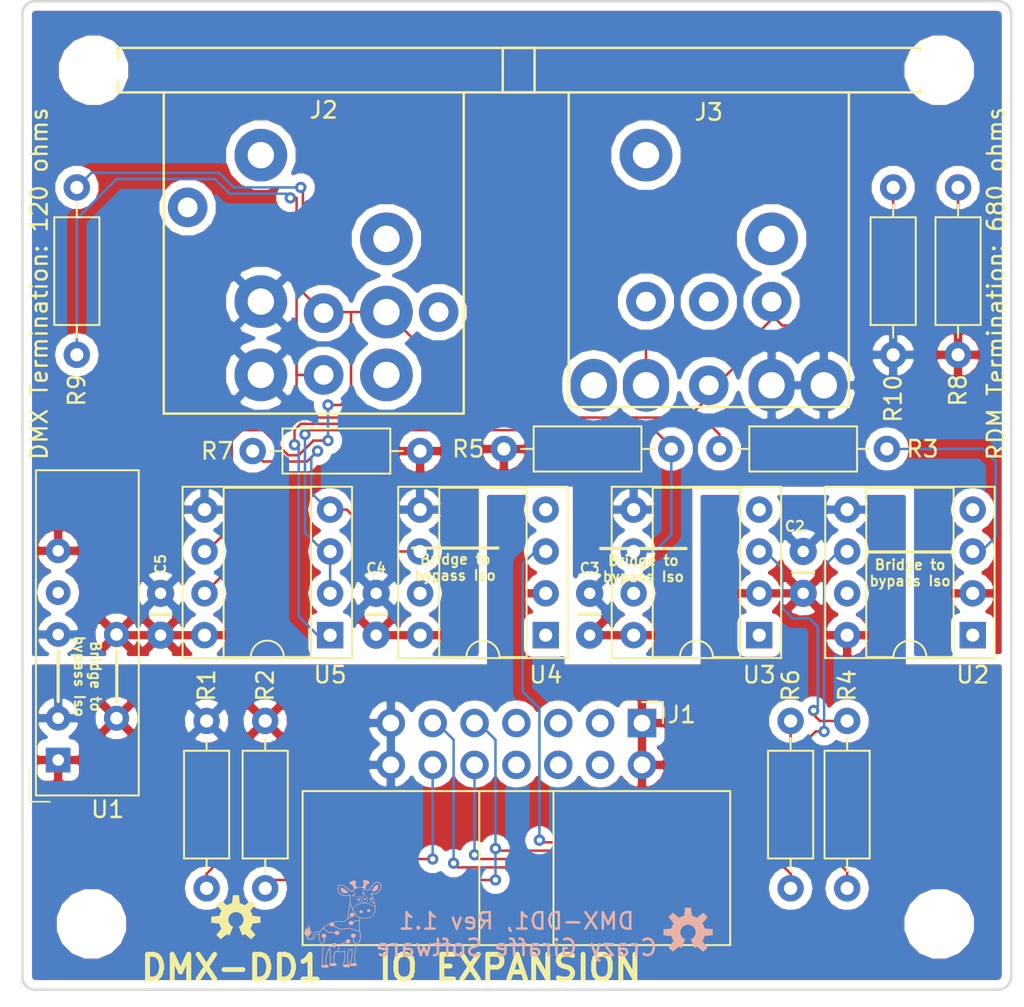
<source format=kicad_pcb>
(kicad_pcb (version 20171130) (host pcbnew "(5.0.0)")
  (title_block (title "DMX Demonstrator - DMX-512 IO Module (DMX-DD1)") (date 2023-02-19) (rev 1.1) (company "Crazy Giraffe Software") (comment 2 "Designed by: SparkyBobo") (comment 3 https://creativecommons.org/licenses/by-sa/4.0/) (comment 4 "Released under the Creative Commons Attribution Share-Alike 4.0m License"))
  (layers (0 F.Cu signal) (31 B.Cu signal) (34 B.Paste user) (35 F.Paste user) (36 B.SilkS user) (37 F.SilkS user) (38 B.Mask user) (39 F.Mask user) (44 Edge.Cuts user))
  (net 0 "")
  (net 1 +5V)
  (net 2 GND)
  (net 3 GNDD)
  (net 4 "Net-(J2-Pad2A)")
  (net 5 "Net-(J2-Pad3)")
  (net 6 "Net-(J3-Pad4B)")
  (net 7 "Net-(J3-Pad5B)")
  (net 8 "Net-(J2-Pad4B)")
  (net 9 "Net-(J2-Pad5B)")
  (net 10 VDD)
  (net 11 "Net-(U4-Pad1)")
  (net 12 "Net-(U4-Pad7)")
  (net 13 "Net-(U4-Pad4)")
  (net 14 "Net-(U3-Pad4)")
  (net 15 "Net-(U3-Pad7)")
  (net 16 "Net-(U3-Pad1)")
  (net 17 "Net-(U2-Pad1)")
  (net 18 "Net-(U2-Pad7)")
  (net 19 "Net-(U2-Pad4)")
  (net 20 "Net-(U1-Pad5)")
  (net 21 "Net-(R6-Pad1)")
  (net 22 "Net-(R7-Pad1)")
  (net 23 "Net-(J1-Pad9)")
  (net 24 "Net-(J1-Pad11)")
  (net 25 "Net-(R5-Pad1)")
  (net 26 "Net-(J1-Pad10)")
  (net 27 "Net-(R4-Pad1)")
  (net 28 "Net-(J1-Pad12)")
  (net 29 "Net-(R3-Pad2)")
  (net 30 "Net-(R3-Pad1)")
  (net 31 "Net-(J1-Pad3)")
  (net 32 "Net-(J1-Pad4)")
  (net 33 "Net-(J1-Pad5)")
  (net 34 "Net-(J1-Pad6)")
  (net 35 "Net-(J1-Pad7)")
  (net 36 "Net-(J1-Pad8)")
  (module MountingHole:MountingHole_3.2mm_M3 (layer F.Cu) (at 118.745 64.77)
    (fp_text reference MH1 hide)
    (fp_text value MountingHole)
    (pad 1 np_thru_hole circle (at 0 0) (size 3.2 3.2) (drill 3.2) (layers *.Cu *.Mask))
  )
  (module MountingHole:MountingHole_3.2mm_M3 (layer F.Cu) (at 170.053 64.77)
    (fp_text reference MH2 hide)
    (fp_text value MountingHole)
    (pad 1 np_thru_hole circle (at 0 0) (size 3.2 3.2) (drill 3.2) (layers *.Cu *.Mask))
  )
  (module MountingHole:MountingHole_3.2mm_M3 (layer F.Cu) (at 118.618 116.586)
    (fp_text reference MH3 hide)
    (fp_text value MountingHole)
    (pad 1 np_thru_hole circle (at 0 0) (size 3.2 3.2) (drill 3.2) (layers *.Cu *.Mask))
  )
  (module MountingHole:MountingHole_3.2mm_M3 (layer F.Cu) (at 170.053 116.586)
    (fp_text reference MH4 hide)
    (fp_text value MountingHole)
    (pad 1 np_thru_hole circle (at 0 0) (size 3.2 3.2) (drill 3.2) (layers *.Cu *.Mask))
  )
  (module Connector_IDC:IDC-Header_2x07_P2.54mm_Horizontal (layer F.Cu) (at 152.019 104.394 270)
    (fp_text reference J1 (at -0.508 -2.413) (layer F.SilkS))
    (fp_text value "IO EXTENSION")
    (pad 1 thru_hole rect (at 0 0 270) (size 1.7272 1.7272) (drill 1.016) (layers *.Cu *.Mask) (net 1 +5V))
    (pad 2 thru_hole oval (at 2.54 0 270) (size 1.7272 1.7272) (drill 1.016) (layers *.Cu *.Mask) (net 1 +5V))
    (pad 3 thru_hole oval (at 0 2.54 270) (size 1.7272 1.7272) (drill 1.016) (layers *.Cu *.Mask) (net 31 "Net-(J1-Pad3)"))
    (pad 4 thru_hole oval (at 2.54 2.54 270) (size 1.7272 1.7272) (drill 1.016) (layers *.Cu *.Mask) (net 32 "Net-(J1-Pad4)"))
    (pad 5 thru_hole oval (at 0 5.08 270) (size 1.7272 1.7272) (drill 1.016) (layers *.Cu *.Mask) (net 33 "Net-(J1-Pad5)"))
    (pad 6 thru_hole oval (at 2.54 5.08 270) (size 1.7272 1.7272) (drill 1.016) (layers *.Cu *.Mask) (net 34 "Net-(J1-Pad6)"))
    (pad 7 thru_hole oval (at 0 7.62 270) (size 1.7272 1.7272) (drill 1.016) (layers *.Cu *.Mask) (net 35 "Net-(J1-Pad7)"))
    (pad 8 thru_hole oval (at 2.54 7.62 270) (size 1.7272 1.7272) (drill 1.016) (layers *.Cu *.Mask) (net 36 "Net-(J1-Pad8)"))
    (pad 9 thru_hole oval (at 0 10.16 270) (size 1.7272 1.7272) (drill 1.016) (layers *.Cu *.Mask) (net 23 "Net-(J1-Pad9)"))
    (pad 10 thru_hole oval (at 2.54 10.16 270) (size 1.7272 1.7272) (drill 1.016) (layers *.Cu *.Mask) (net 26 "Net-(J1-Pad10)"))
    (pad 11 thru_hole oval (at 0 12.7 270) (size 1.7272 1.7272) (drill 1.016) (layers *.Cu *.Mask) (net 24 "Net-(J1-Pad11)"))
    (pad 12 thru_hole oval (at 2.54 12.7 270) (size 1.7272 1.7272) (drill 1.016) (layers *.Cu *.Mask) (net 28 "Net-(J1-Pad12)"))
    (pad 13 thru_hole oval (at 0 15.24 270) (size 1.7272 1.7272) (drill 1.016) (layers *.Cu *.Mask) (net 2 GND))
    (pad 14 thru_hole oval (at 2.54 15.24 270) (size 1.7272 1.7272) (drill 1.016) (layers *.Cu *.Mask) (net 2 GND))
  )
  (module footprints:NEUTRIK-NC3FAH-NC5FAH (layer F.Cu) (at 132.702793 66.11216)
    (fp_text reference J2 (at 0 1.07084) (layer F.SilkS))
    (fp_text value NC3FAH/NC5FAH)
    (pad 2A thru_hole circle (at 3.81 13.335) (size 3.2 3.2) (drill 1.6) (layers *.Cu *.Mask) (net 4 "Net-(J2-Pad2A)"))
    (pad 1A thru_hole circle (at -3.81 12.7) (size 3.2 3.2) (drill 1.6) (layers *.Cu *.Mask) (net 3 GNDD))
    (pad 0 thru_hole circle (at -8.25 6.98) (size 2.4 2.4) (drill 1.2) (layers *.Cu *.Mask))
    (pad 0 thru_hole circle (at 3.81 8.89) (size 3.2 3.2) (drill 1.6) (layers *.Cu *.Mask))
    (pad 0 thru_hole circle (at -3.81 3.81) (size 3.2 3.2) (drill 1.6) (layers *.Cu *.Mask))
    (pad 5B thru_hole circle (at 3.81 17.15) (size 3.2 3.2) (drill 1.6) (layers *.Cu *.Mask) (net 9 "Net-(J2-Pad5B)"))
    (pad 4B thru_hole circle (at 6.98 13.34) (size 2.4 2.4) (drill 1.2) (layers *.Cu *.Mask) (net 8 "Net-(J2-Pad4B)"))
    (pad 3 thru_hole circle (at 0 17.15) (size 2.4 2.4) (drill 1.2) (layers *.Cu *.Mask) (net 5 "Net-(J2-Pad3)"))
    (pad 2B thru_hole circle (at 0 13.4) (size 2.4 2.4) (drill 1.2) (layers *.Cu *.Mask) (net 4 "Net-(J2-Pad2A)"))
    (pad 1B thru_hole circle (at -3.81 17.15) (size 3.2 3.2) (drill 1.6) (layers *.Cu *.Mask) (net 3 GNDD))
  )
  (module footprints:Converter_DCDC_muRata_NMAxxxxSC_THT_Bypass (layer F.Cu) (at 116.597672 106.63966 180)
    (fp_text reference U1 (at -3 -3 180) (layer F.SilkS))
    (fp_text value NMA0505SC)
    (pad 6 thru_hole circle (at -3.54 7.62 180) (size 1.524 1.524) (drill 0.762) (layers *.Cu *.Mask) (net 10 VDD))
    (pad 1 thru_hole circle (at -3.54 2.54 180) (size 1.524 1.524) (drill 0.762) (layers *.Cu *.Mask) (net 1 +5V))
    (pad 6 thru_hole oval (at 0 12.7 180) (size 1.5 1.5) (drill 0.7) (layers *.Cu *.Mask) (net 10 VDD))
    (pad 5 thru_hole oval (at 0 10.16 180) (size 1.5 1.5) (drill 0.7) (layers *.Cu *.Mask) (net 20 "Net-(U1-Pad5)"))
    (pad 4 thru_hole oval (at 0 7.62 180) (size 1.5 1.5) (drill 0.7) (layers *.Cu *.Mask) (net 3 GNDD))
    (pad 2 thru_hole oval (at 0 2.54 180) (size 1.5 1.5) (drill 0.7) (layers *.Cu *.Mask) (net 2 GND))
    (pad 1 thru_hole rect (at 0 0 180) (size 1.5 1.5) (drill 0.7) (layers *.Cu *.Mask) (net 1 +5V))
  )
  (module footprints:NEUTRIK-NC3MAH-NC5MAH (layer F.Cu) (at 156.070793 66.11216)
    (fp_text reference J3 (at 0 1.19784) (layer F.SilkS))
    (fp_text value NC3MAH/NC5MAH)
    (pad 1A thru_hole oval (at 3.81 17.78) (size 2.8 3.2) (drill 1.6) (layers *.Cu *.Mask) (net 3 GNDD))
    (pad 2A thru_hole oval (at -3.81 17.78) (size 2.8 3.2) (drill 1.6) (layers *.Cu *.Mask) (net 4 "Net-(J2-Pad2A)"))
    (pad 0 thru_hole circle (at 0 12.7) (size 2.4 2.4) (drill 1.2) (layers *.Cu *.Mask))
    (pad 0 thru_hole circle (at 3.81 8.89) (size 3.2 3.2) (drill 1.6) (layers *.Cu *.Mask))
    (pad 0 thru_hole circle (at -3.81 3.81) (size 3.2 3.2) (drill 1.6) (layers *.Cu *.Mask))
    (pad 5B thru_hole oval (at -6.98 17.78) (size 2.8 3.2) (drill 1.6) (layers *.Cu *.Mask) (net 7 "Net-(J3-Pad5B)"))
    (pad 4B thru_hole circle (at -3.81 12.7) (size 2.4 2.4) (drill 1.2) (layers *.Cu *.Mask) (net 6 "Net-(J3-Pad4B)"))
    (pad 3 thru_hole circle (at 0 17.78) (size 2.4 2.4) (drill 1.2) (layers *.Cu *.Mask) (net 5 "Net-(J2-Pad3)"))
    (pad 2B thru_hole circle (at 3.81 12.7) (size 2.4 2.4) (drill 1.2) (layers *.Cu *.Mask) (net 4 "Net-(J2-Pad2A)"))
    (pad 1B thru_hole oval (at 6.98 17.78) (size 2.8 3.2) (drill 1.6) (layers *.Cu *.Mask) (net 3 GNDD))
  )
  (module Package_DIP:DIP-8_W7.62mm_Socket (layer F.Cu) (at 146.177 99.06 180)
    (fp_text reference U4 (at 0 -2.413) (layer F.SilkS))
    (fp_text value 6N137)
    (pad 8 thru_hole oval (at 7.62 0 180) (size 1.6 1.6) (drill 0.8) (layers *.Cu *.Mask) (net 10 VDD))
    (pad 4 thru_hole oval (at 0 7.62 180) (size 1.6 1.6) (drill 0.8) (layers *.Cu *.Mask) (net 13 "Net-(U4-Pad4)"))
    (pad 7 thru_hole oval (at 7.62 2.54 180) (size 1.6 1.6) (drill 0.8) (layers *.Cu *.Mask) (net 12 "Net-(U4-Pad7)"))
    (pad 3 thru_hole oval (at 0 5.08 180) (size 1.6 1.6) (drill 0.8) (layers *.Cu *.Mask) (net 21 "Net-(R6-Pad1)"))
    (pad 6 thru_hole oval (at 7.62 5.08 180) (size 1.6 1.6) (drill 0.8) (layers *.Cu *.Mask) (net 22 "Net-(R7-Pad1)"))
    (pad 2 thru_hole oval (at 0 2.54 180) (size 1.6 1.6) (drill 0.8) (layers *.Cu *.Mask) (net 1 +5V))
    (pad 5 thru_hole oval (at 7.62 7.62 180) (size 1.6 1.6) (drill 0.8) (layers *.Cu *.Mask) (net 3 GNDD))
    (pad 1 thru_hole rect (at 0 0 180) (size 1.6 1.6) (drill 0.8) (layers *.Cu *.Mask) (net 11 "Net-(U4-Pad1)"))
  )
  (module Resistor_THT:R_Axial_DIN0207_L6.3mm_D2.5mm_P10.16mm_Horizontal (layer F.Cu) (at 161.036 104.267 270)
    (fp_text reference R6 (at -2.159 0 270) (layer F.SilkS))
    (fp_text value 470)
    (pad 2 thru_hole oval (at 10.16 0 270) (size 1.6 1.6) (drill 0.8) (layers *.Cu *.Mask) (net 24 "Net-(J1-Pad11)"))
    (pad 1 thru_hole circle (at 0 0 270) (size 1.6 1.6) (drill 0.8) (layers *.Cu *.Mask) (net 21 "Net-(R6-Pad1)"))
  )
  (module Package_DIP:DIP-8_W7.62mm_Socket (layer F.Cu) (at 133.096 99.06 180)
    (fp_text reference U5 (at 0 -2.413 180) (layer F.SilkS))
    (fp_text value MAX3485CPA+)
    (pad 8 thru_hole oval (at 7.62 0 180) (size 1.6 1.6) (drill 0.8) (layers *.Cu *.Mask) (net 10 VDD))
    (pad 4 thru_hole oval (at 0 7.62 180) (size 1.6 1.6) (drill 0.8) (layers *.Cu *.Mask) (net 22 "Net-(R7-Pad1)"))
    (pad 7 thru_hole oval (at 7.62 2.54 180) (size 1.6 1.6) (drill 0.8) (layers *.Cu *.Mask) (net 4 "Net-(J2-Pad2A)"))
    (pad 3 thru_hole oval (at 0 5.08 180) (size 1.6 1.6) (drill 0.8) (layers *.Cu *.Mask) (net 25 "Net-(R5-Pad1)"))
    (pad 6 thru_hole oval (at 7.62 5.08 180) (size 1.6 1.6) (drill 0.8) (layers *.Cu *.Mask) (net 5 "Net-(J2-Pad3)"))
    (pad 2 thru_hole oval (at 0 2.54 180) (size 1.6 1.6) (drill 0.8) (layers *.Cu *.Mask) (net 25 "Net-(R5-Pad1)"))
    (pad 5 thru_hole oval (at 7.62 7.62 180) (size 1.6 1.6) (drill 0.8) (layers *.Cu *.Mask) (net 3 GNDD))
    (pad 1 thru_hole rect (at 0 0 180) (size 1.6 1.6) (drill 0.8) (layers *.Cu *.Mask) (net 30 "Net-(R3-Pad1)"))
  )
  (module Capacitors:CAP-PTH-2.54 (layer F.Cu) (at 122.809 97.79 90)
    (fp_text reference C5 (at 3.048 0 90) (layer F.SilkS) (effects (font (size 0.6096 0.6096) (thickness 0.127))))
    (fp_text value .01uF hide)
    (pad 2 thru_hole circle (at 1.27 0 90) (size 1.651 1.651) (drill 0.6985) (layers *.Cu *.Mask) (net 3 GNDD))
    (pad 1 thru_hole circle (at -1.27 0 90) (size 1.651 1.651) (drill 0.6985) (layers *.Cu *.Mask) (net 10 VDD))
  )
  (module Capacitors:CAP-PTH-2.54 (layer F.Cu) (at 161.798 95.25 90)
    (fp_text reference C2 (at 2.794 -0.508 180) (layer F.SilkS) (effects (font (size 0.6096 0.6096) (thickness 0.127))))
    (fp_text value .01uF hide)
    (pad 2 thru_hole circle (at 1.27 0 90) (size 1.651 1.651) (drill 0.6985) (layers *.Cu *.Mask) (net 2 GND))
    (pad 1 thru_hole circle (at -1.27 0 90) (size 1.651 1.651) (drill 0.6985) (layers *.Cu *.Mask) (net 1 +5V))
  )
  (module Capacitors:CAP-PTH-2.54 (layer F.Cu) (at 148.844 97.79 90)
    (fp_text reference C3 (at 2.794 0 -180) (layer F.SilkS) (effects (font (size 0.6096 0.6096) (thickness 0.127))))
    (fp_text value .01uF hide)
    (pad 2 thru_hole circle (at 1.27 0 90) (size 1.651 1.651) (drill 0.6985) (layers *.Cu *.Mask) (net 3 GNDD))
    (pad 1 thru_hole circle (at -1.27 0 90) (size 1.651 1.651) (drill 0.6985) (layers *.Cu *.Mask) (net 10 VDD))
  )
  (module Capacitors:CAP-PTH-2.54 (layer F.Cu) (at 135.89 97.79 90)
    (fp_text reference C4 (at 2.794 0 -180) (layer F.SilkS) (effects (font (size 0.6096 0.6096) (thickness 0.127))))
    (fp_text value .01uF hide)
    (pad 2 thru_hole circle (at 1.27 0 90) (size 1.651 1.651) (drill 0.6985) (layers *.Cu *.Mask) (net 3 GNDD))
    (pad 1 thru_hole circle (at -1.27 0 90) (size 1.651 1.651) (drill 0.6985) (layers *.Cu *.Mask) (net 10 VDD))
  )
  (module Package_DIP:DIP-8_W7.62mm_Socket (layer F.Cu) (at 172.085 99.06 180)
    (fp_text reference U2 (at 0 -2.413) (layer F.SilkS))
    (fp_text value 6N137)
    (pad 8 thru_hole oval (at 7.62 0 180) (size 1.6 1.6) (drill 0.8) (layers *.Cu *.Mask) (net 1 +5V))
    (pad 4 thru_hole oval (at 0 7.62 180) (size 1.6 1.6) (drill 0.8) (layers *.Cu *.Mask) (net 19 "Net-(U2-Pad4)"))
    (pad 7 thru_hole oval (at 7.62 2.54 180) (size 1.6 1.6) (drill 0.8) (layers *.Cu *.Mask) (net 18 "Net-(U2-Pad7)"))
    (pad 3 thru_hole oval (at 0 5.08 180) (size 1.6 1.6) (drill 0.8) (layers *.Cu *.Mask) (net 29 "Net-(R3-Pad2)"))
    (pad 6 thru_hole oval (at 7.62 5.08 180) (size 1.6 1.6) (drill 0.8) (layers *.Cu *.Mask) (net 23 "Net-(J1-Pad9)"))
    (pad 2 thru_hole oval (at 0 2.54 180) (size 1.6 1.6) (drill 0.8) (layers *.Cu *.Mask) (net 10 VDD))
    (pad 5 thru_hole oval (at 7.62 7.62 180) (size 1.6 1.6) (drill 0.8) (layers *.Cu *.Mask) (net 2 GND))
    (pad 1 thru_hole rect (at 0 0 180) (size 1.6 1.6) (drill 0.8) (layers *.Cu *.Mask) (net 17 "Net-(U2-Pad1)"))
  )
  (module Package_DIP:DIP-8_W7.62mm_Socket (layer F.Cu) (at 159.131 99.06 180)
    (fp_text reference U3 (at 0 -2.413) (layer F.SilkS))
    (fp_text value 6N137)
    (pad 8 thru_hole oval (at 7.62 0 180) (size 1.6 1.6) (drill 0.8) (layers *.Cu *.Mask) (net 10 VDD))
    (pad 4 thru_hole oval (at 0 7.62 180) (size 1.6 1.6) (drill 0.8) (layers *.Cu *.Mask) (net 14 "Net-(U3-Pad4)"))
    (pad 7 thru_hole oval (at 7.62 2.54 180) (size 1.6 1.6) (drill 0.8) (layers *.Cu *.Mask) (net 15 "Net-(U3-Pad7)"))
    (pad 3 thru_hole oval (at 0 5.08 180) (size 1.6 1.6) (drill 0.8) (layers *.Cu *.Mask) (net 27 "Net-(R4-Pad1)"))
    (pad 6 thru_hole oval (at 7.62 5.08 180) (size 1.6 1.6) (drill 0.8) (layers *.Cu *.Mask) (net 25 "Net-(R5-Pad1)"))
    (pad 2 thru_hole oval (at 0 2.54 180) (size 1.6 1.6) (drill 0.8) (layers *.Cu *.Mask) (net 1 +5V))
    (pad 5 thru_hole oval (at 7.62 7.62 180) (size 1.6 1.6) (drill 0.8) (layers *.Cu *.Mask) (net 3 GNDD))
    (pad 1 thru_hole rect (at 0 0 180) (size 1.6 1.6) (drill 0.8) (layers *.Cu *.Mask) (net 16 "Net-(U3-Pad1)"))
  )
  (module Resistor_THT:R_Axial_DIN0207_L6.3mm_D2.5mm_P10.16mm_Horizontal (layer F.Cu) (at 117.729 71.882 270)
    (fp_text reference R9 (at 12.319 0 270) (layer F.SilkS))
    (fp_text value 120)
    (pad 2 thru_hole oval (at 10.16 0 270) (size 1.6 1.6) (drill 0.8) (layers *.Cu *.Mask) (net 5 "Net-(J2-Pad3)"))
    (pad 1 thru_hole circle (at 0 0 270) (size 1.6 1.6) (drill 0.8) (layers *.Cu *.Mask) (net 4 "Net-(J2-Pad2A)"))
  )
  (module Resistor_THT:R_Axial_DIN0207_L6.3mm_D2.5mm_P10.16mm_Horizontal (layer F.Cu) (at 167.259 71.882 270)
    (fp_text reference R10 (at 12.827 0 270) (layer F.SilkS))
    (fp_text value 680)
    (pad 2 thru_hole oval (at 10.16 0 270) (size 1.6 1.6) (drill 0.8) (layers *.Cu *.Mask) (net 3 GNDD))
    (pad 1 thru_hole circle (at 0 0 270) (size 1.6 1.6) (drill 0.8) (layers *.Cu *.Mask) (net 4 "Net-(J2-Pad2A)"))
  )
  (module Resistor_THT:R_Axial_DIN0207_L6.3mm_D2.5mm_P10.16mm_Horizontal (layer F.Cu) (at 129.159 104.267 270)
    (fp_text reference R2 (at -2.159 0 270) (layer F.SilkS))
    (fp_text value 470)
    (pad 2 thru_hole oval (at 10.16 0 270) (size 1.6 1.6) (drill 0.8) (layers *.Cu *.Mask) (net 23 "Net-(J1-Pad9)"))
    (pad 1 thru_hole circle (at 0 0 270) (size 1.6 1.6) (drill 0.8) (layers *.Cu *.Mask) (net 1 +5V))
  )
  (module Resistor_THT:R_Axial_DIN0207_L6.3mm_D2.5mm_P10.16mm_Horizontal (layer F.Cu) (at 156.718 87.757)
    (fp_text reference R3 (at 12.319 0) (layer F.SilkS))
    (fp_text value 470)
    (pad 2 thru_hole oval (at 10.16 0) (size 1.6 1.6) (drill 0.8) (layers *.Cu *.Mask) (net 29 "Net-(R3-Pad2)"))
    (pad 1 thru_hole circle (at 0 0) (size 1.6 1.6) (drill 0.8) (layers *.Cu *.Mask) (net 30 "Net-(R3-Pad1)"))
  )
  (module Resistor_THT:R_Axial_DIN0207_L6.3mm_D2.5mm_P10.16mm_Horizontal (layer F.Cu) (at 125.603 104.267 270)
    (fp_text reference R1 (at -2.159 0 270) (layer F.SilkS))
    (fp_text value 330)
    (pad 2 thru_hole oval (at 10.16 0 270) (size 1.6 1.6) (drill 0.8) (layers *.Cu *.Mask) (net 28 "Net-(J1-Pad12)"))
    (pad 1 thru_hole circle (at 0 0 270) (size 1.6 1.6) (drill 0.8) (layers *.Cu *.Mask) (net 2 GND))
  )
  (module Resistor_THT:R_Axial_DIN0207_L6.3mm_D2.5mm_P10.16mm_Horizontal (layer F.Cu) (at 164.465 104.267 270)
    (fp_text reference R4 (at -2.159 0 270) (layer F.SilkS))
    (fp_text value 470)
    (pad 2 thru_hole oval (at 10.16 0 270) (size 1.6 1.6) (drill 0.8) (layers *.Cu *.Mask) (net 26 "Net-(J1-Pad10)"))
    (pad 1 thru_hole circle (at 0 0 270) (size 1.6 1.6) (drill 0.8) (layers *.Cu *.Mask) (net 27 "Net-(R4-Pad1)"))
  )
  (module Resistor_THT:R_Axial_DIN0207_L6.3mm_D2.5mm_P10.16mm_Horizontal (layer F.Cu) (at 153.797 87.757 180)
    (fp_text reference R5 (at 12.319 0 180) (layer F.SilkS))
    (fp_text value 470)
    (pad 2 thru_hole oval (at 10.16 0 180) (size 1.6 1.6) (drill 0.8) (layers *.Cu *.Mask) (net 10 VDD))
    (pad 1 thru_hole circle (at 0 0 180) (size 1.6 1.6) (drill 0.8) (layers *.Cu *.Mask) (net 25 "Net-(R5-Pad1)"))
  )
  (module footprints:OSHW-LOGO-S (layer F.Cu) (at 127.381 116.332)
    (fp_text reference "" (at 0 0) (layer F.SilkS) (effects (font (size 1.524 1.524))))
    (fp_text value "" (at 0 0) (layer F.SilkS) (effects (font (size 1.524 1.524))))
  )
  (module footprints:logo_cr_5x5 (layer B.Cu) (at 133.858 116.586 180)
    (fp_text reference G*** hide)
    (fp_text value LOGO hide)
  )
  (module Resistor_THT:R_Axial_DIN0207_L6.3mm_D2.5mm_P10.16mm_Horizontal (layer F.Cu) (at 128.397 87.884)
    (fp_text reference R7 (at -2.159 0) (layer F.SilkS))
    (fp_text value 470)
    (pad 2 thru_hole oval (at 10.16 0) (size 1.6 1.6) (drill 0.8) (layers *.Cu *.Mask) (net 10 VDD))
    (pad 1 thru_hole circle (at 0 0) (size 1.6 1.6) (drill 0.8) (layers *.Cu *.Mask) (net 22 "Net-(R7-Pad1)"))
  )
  (module Resistor_THT:R_Axial_DIN0207_L6.3mm_D2.5mm_P10.16mm_Horizontal (layer F.Cu) (at 171.196 71.882 270)
    (fp_text reference R8 (at 12.319 0 270) (layer F.SilkS))
    (fp_text value 680)
    (pad 2 thru_hole oval (at 10.16 0 270) (size 1.6 1.6) (drill 0.8) (layers *.Cu *.Mask) (net 10 VDD))
    (pad 1 thru_hole circle (at 0 0 270) (size 1.6 1.6) (drill 0.8) (layers *.Cu *.Mask) (net 5 "Net-(J2-Pad3)"))
  )
  (module footprints:OSHW-LOGO-S (layer B.Cu) (at 154.813 117.094 180)
    (fp_text reference "" (at 0 0 180) (layer F.SilkS) (effects (font (size 1.524 1.524))))
    (fp_text value "" (at 0 0 180) (layer B.SilkS) (effects (font (size 1.524 1.524)) (justify mirror)))
  )
  (gr_text "RDM Termination: 680 ohms" (at 173.482 77.724 90) (layer F.SilkS) (effects (font (size 1 1))))
  (gr_text "DMX Termination: 120 ohms" (at 115.443 77.724 90) (layer F.SilkS) (effects (font (size 1 1))))
  (gr_arc (start 173.609 61.397) (end 174.427 61.397) (angle -90) (layer Edge.Cuts) (width 0.15))
  (gr_line (start 165.692542 94.010744) (end 170.874142 94.010744) (layer F.SilkS) (width 0.2))
  (gr_line (start 143.27949 93.77409) (end 138.09789 93.77409) (layer F.SilkS) (width 0.2))
  (gr_line (start 154.69107 93.8007) (end 149.50947 93.8007) (layer F.SilkS) (width 0.2))
  (gr_line (start 120.153672 100.03566) (end 120.153672 103.08366) (layer F.SilkS) (width 0.2))
  (gr_line (start 116.597672 100.03566) (end 116.597672 103.08366) (layer F.SilkS) (width 0.2))
  (gr_text "Bridge to\nbypass Iso" (at 168.283342 95.280744) (layer F.SilkS) (effects (font (size 0.6096 0.6096) (thickness 0.127))))
  (gr_text "Bridge to\nbypass Iso" (at 140.68869 94.94249) (layer F.SilkS) (effects (font (size 0.6096 0.6096) (thickness 0.127))))
  (gr_text "Bridge to\nbypass Iso" (at 152.10027 95.0199) (layer F.SilkS) (effects (font (size 0.6096 0.6096) (thickness 0.127))))
  (gr_text "Bridge to\nbypass Iso" (at 118.375672 101.55966 270) (layer F.SilkS) (effects (font (size 0.6096 0.6096) (thickness 0.127))))
  (gr_arc (start 173.609 119.761) (end 173.609 120.579) (angle -90) (layer Edge.Cuts) (width 0.15))
  (gr_arc (start 115.189 119.817) (end 114.427 119.817) (angle -90) (layer Edge.Cuts) (width 0.15))
  (gr_arc (start 115.189 61.341) (end 115.189 60.579) (angle -90) (layer Edge.Cuts) (width 0.15))
  (gr_line (start 114.427 119.817) (end 114.427 61.341) (layer Edge.Cuts) (width 0.15))
  (gr_line (start 115.189 120.579) (end 173.609 120.579) (layer Edge.Cuts) (width 0.15))
  (gr_line (start 174.427 61.397) (end 174.427 119.761) (layer Edge.Cuts) (width 0.15))
  (gr_line (start 115.189 60.579) (end 173.609 60.579) (layer Edge.Cuts) (width 0.15))
  (gr_text "DMX-DD1, Rev 1.1\nCrazy Giraffe Software" (at 144.399 117.221) (layer B.SilkS) (effects (font (size 1 1)) (justify mirror)))
  (gr_text DMX-DD1 (at 127.127 119.253) (layer F.SilkS) (effects (font (size 1.5 1.5) (thickness 0.3))))
  (gr_text "IO EXPANSION" (at 144.018 119.253) (layer F.SilkS) (effects (font (size 1.5 1.5) (thickness 0.3))))
  (segment (start 161.798 96.52) (end 159.131 96.52) (width 0.5) (layer F.Cu) (net 1))
  (segment (start 152.260793 83.89216) (end 152.260793 82.918793) (width 0.1524) (layer F.Cu) (net 4))
  (segment (start 138.599633 81.534) (end 136.512793 79.44716) (width 0.1524) (layer F.Cu) (net 4))
  (segment (start 132.767793 79.44716) (end 132.702793 79.51216) (width 0.1524) (layer F.Cu) (net 4))
  (segment (start 150.876 81.534) (end 150.749 81.534) (width 0.1524) (layer F.Cu) (net 4))
  (segment (start 150.749 81.534) (end 138.599633 81.534) (width 0.1524) (layer F.Cu) (net 4))
  (segment (start 152.260793 81.546207) (end 152.273 81.534) (width 0.1524) (layer F.Cu) (net 4))
  (segment (start 152.260793 83.89216) (end 152.260793 81.546207) (width 0.1524) (layer F.Cu) (net 4))
  (segment (start 152.273 81.534) (end 150.749 81.534) (width 0.1524) (layer F.Cu) (net 4))
  (segment (start 159.880793 79.616793) (end 159.880793 78.81216) (width 0.1524) (layer F.Cu) (net 4))
  (segment (start 160.528 80.264) (end 159.880793 79.616793) (width 0.1524) (layer F.Cu) (net 4))
  (segment (start 158.242 81.534) (end 152.273 81.534) (width 0.1524) (layer F.Cu) (net 4))
  (segment (start 159.880793 78.81216) (end 159.880793 79.895207) (width 0.1524) (layer F.Cu) (net 4))
  (segment (start 159.880793 79.895207) (end 158.242 81.534) (width 0.1524) (layer F.Cu) (net 4))
  (segment (start 136.512793 79.44716) (end 134.366 79.44716) (width 0.1524) (layer F.Cu) (net 4))
  (segment (start 134.366 79.44716) (end 132.767793 79.44716) (width 0.1524) (layer F.Cu) (net 4))
  (segment (start 127.127 94.869) (end 125.476 96.52) (width 0.1524) (layer F.Cu) (net 4))
  (segment (start 127.762 86.614) (end 127.127 87.249) (width 0.1524) (layer F.Cu) (net 4))
  (segment (start 129.032 86.614) (end 127.762 86.614) (width 0.1524) (layer F.Cu) (net 4))
  (segment (start 130.556 88.138) (end 129.032 86.614) (width 0.1524) (layer F.Cu) (net 4))
  (segment (start 131.191 88.138) (end 130.556 88.138) (width 0.1524) (layer F.Cu) (net 4))
  (segment (start 127.127 87.249) (end 127.127 94.869) (width 0.1524) (layer F.Cu) (net 4))
  (via (at 132.969 87.249) (size 0.6858) (drill 0.3302) (layers F.Cu B.Cu) (net 4))
  (segment (start 132.969 87.249) (end 132.969 85.09) (width 0.1524) (layer B.Cu) (net 4))
  (via (at 132.969 85.09) (size 0.6858) (drill 0.3302) (layers F.Cu B.Cu) (net 4))
  (segment (start 134.366 84.455) (end 134.366 79.44716) (width 0.1524) (layer F.Cu) (net 4))
  (segment (start 132.969 85.09) (end 133.731 85.09) (width 0.1524) (layer F.Cu) (net 4))
  (segment (start 133.731 85.09) (end 134.366 84.455) (width 0.1524) (layer F.Cu) (net 4))
  (segment (start 132.969 87.249) (end 132.08 87.249) (width 0.1524) (layer F.Cu) (net 4))
  (segment (start 132.08 87.249) (end 131.191 88.138) (width 0.1524) (layer F.Cu) (net 4))
  (via (at 131.318 71.882) (size 0.6858) (drill 0.3302) (layers F.Cu B.Cu) (net 4))
  (segment (start 118.618 70.993) (end 117.729 71.882) (width 0.1524) (layer B.Cu) (net 4))
  (segment (start 126.365 70.993) (end 118.618 70.993) (width 0.1524) (layer B.Cu) (net 4))
  (segment (start 131.318 71.882) (end 127.254 71.882) (width 0.1524) (layer B.Cu) (net 4))
  (segment (start 127.254 71.882) (end 126.365 70.993) (width 0.1524) (layer B.Cu) (net 4))
  (segment (start 167.259 71.882) (end 167.259 79.629) (width 0.1524) (layer F.Cu) (net 4))
  (segment (start 166.624 80.264) (end 162.941 80.264) (width 0.1524) (layer F.Cu) (net 4))
  (segment (start 167.259 79.629) (end 166.624 80.264) (width 0.1524) (layer F.Cu) (net 4))
  (segment (start 163.449 80.264) (end 162.941 80.264) (width 0.1524) (layer F.Cu) (net 4))
  (segment (start 162.941 80.264) (end 160.528 80.264) (width 0.1524) (layer F.Cu) (net 4))
  (segment (start 131.445 78.254367) (end 132.702793 79.51216) (width 0.1524) (layer F.Cu) (net 4))
  (segment (start 131.318 71.882) (end 131.445 72.009) (width 0.1524) (layer F.Cu) (net 4))
  (segment (start 131.445 72.009) (end 131.445 78.254367) (width 0.1524) (layer F.Cu) (net 4))
  (segment (start 156.070793 84.594207) (end 156.070793 83.89216) (width 0.1524) (layer F.Cu) (net 5))
  (segment (start 154.813 85.852) (end 156.070793 84.594207) (width 0.1524) (layer F.Cu) (net 5))
  (segment (start 133.477 85.852) (end 133.731 85.852) (width 0.1524) (layer F.Cu) (net 5))
  (segment (start 133.731 85.852) (end 154.813 85.852) (width 0.1524) (layer F.Cu) (net 5))
  (segment (start 126.746 87.122) (end 128.016 85.852) (width 0.1524) (layer F.Cu) (net 5))
  (segment (start 126.746 92.837) (end 126.746 87.122) (width 0.1524) (layer F.Cu) (net 5))
  (segment (start 125.476 93.98) (end 125.603 93.98) (width 0.1524) (layer F.Cu) (net 5))
  (segment (start 125.603 93.98) (end 126.746 92.837) (width 0.1524) (layer F.Cu) (net 5))
  (segment (start 131.064 81.623367) (end 131.064 85.852) (width 0.1524) (layer F.Cu) (net 5))
  (segment (start 128.016 85.852) (end 131.064 85.852) (width 0.1524) (layer F.Cu) (net 5))
  (segment (start 131.064 85.852) (end 133.731 85.852) (width 0.1524) (layer F.Cu) (net 5))
  (segment (start 131.064 83.26216) (end 132.702793 83.26216) (width 0.1524) (layer F.Cu) (net 5))
  (segment (start 131.064 81.623367) (end 131.064 83.26216) (width 0.1524) (layer F.Cu) (net 5))
  (segment (start 131.064 72.517) (end 131.064 81.623367) (width 0.1524) (layer F.Cu) (net 5))
  (via (at 130.683 72.517) (size 0.6858) (drill 0.3302) (layers F.Cu B.Cu) (net 5))
  (segment (start 131.064 72.517) (end 130.683 72.517) (width 0.1524) (layer F.Cu) (net 5))
  (segment (start 171.196 78.613) (end 171.196 71.882) (width 0.1524) (layer F.Cu) (net 5))
  (segment (start 169.037 80.772) (end 171.196 78.613) (width 0.1524) (layer F.Cu) (net 5))
  (segment (start 159.639 80.772) (end 169.037 80.772) (width 0.1524) (layer F.Cu) (net 5))
  (segment (start 156.070793 83.89216) (end 156.51884 83.89216) (width 0.1524) (layer F.Cu) (net 5))
  (segment (start 156.51884 83.89216) (end 159.639 80.772) (width 0.1524) (layer F.Cu) (net 5))
  (segment (start 117.729 73.787) (end 117.729 82.042) (width 0.1524) (layer B.Cu) (net 5))
  (segment (start 120.142 71.374) (end 117.729 73.787) (width 0.1524) (layer B.Cu) (net 5))
  (segment (start 126.111 71.374) (end 120.142 71.374) (width 0.1524) (layer B.Cu) (net 5))
  (segment (start 127 72.263) (end 126.111 71.374) (width 0.1524) (layer B.Cu) (net 5))
  (segment (start 130.683 72.517) (end 130.429 72.263) (width 0.1524) (layer B.Cu) (net 5))
  (segment (start 130.429 72.263) (end 127 72.263) (width 0.1524) (layer B.Cu) (net 5))
  (segment (start 151.511 99.06) (end 148.844 99.06) (width 0.5) (layer F.Cu) (net 10))
  (segment (start 122.809 99.06) (end 125.476 99.06) (width 0.5) (layer F.Cu) (net 10))
  (segment (start 135.89 99.06) (end 138.557 99.06) (width 0.5) (layer F.Cu) (net 10))
  (segment (start 120.178012 99.06) (end 120.137672 99.01966) (width 0.3048) (layer F.Cu) (net 10))
  (segment (start 122.809 99.06) (end 120.178012 99.06) (width 0.5) (layer F.Cu) (net 10))
  (segment (start 145.796 103.505) (end 144.78 102.489) (width 0.1524) (layer B.Cu) (net 21))
  (segment (start 144.78 102.489) (end 144.78 94.742) (width 0.1524) (layer B.Cu) (net 21))
  (segment (start 144.78 94.742) (end 145.542 93.98) (width 0.1524) (layer B.Cu) (net 21))
  (segment (start 145.542 93.98) (end 146.177 93.98) (width 0.1524) (layer B.Cu) (net 21))
  (segment (start 145.796 111.506) (end 145.796 103.505) (width 0.1524) (layer B.Cu) (net 21))
  (via (at 145.796 111.506) (size 0.6858) (drill 0.3302) (layers F.Cu B.Cu) (net 21))
  (segment (start 161.036 110.871) (end 161.036 104.267) (width 0.1524) (layer F.Cu) (net 21))
  (segment (start 160.274 111.633) (end 161.036 110.871) (width 0.1524) (layer F.Cu) (net 21))
  (segment (start 145.796 111.506) (end 145.923 111.633) (width 0.1524) (layer F.Cu) (net 21))
  (segment (start 145.923 111.633) (end 160.274 111.633) (width 0.1524) (layer F.Cu) (net 21))
  (via (at 132.334 87.884) (size 0.6858) (drill 0.3302) (layers F.Cu B.Cu) (net 22))
  (segment (start 134.874 93.98) (end 138.557 93.98) (width 0.1524) (layer F.Cu) (net 22))
  (segment (start 134.493 93.599) (end 134.874 93.98) (width 0.1524) (layer F.Cu) (net 22))
  (segment (start 134.493 91.821) (end 134.493 93.599) (width 0.1524) (layer F.Cu) (net 22))
  (segment (start 133.096 91.44) (end 134.112 91.44) (width 0.1524) (layer F.Cu) (net 22))
  (segment (start 134.112 91.44) (end 134.493 91.821) (width 0.1524) (layer F.Cu) (net 22))
  (segment (start 131.953 88.265) (end 132.334 87.884) (width 0.1524) (layer B.Cu) (net 22))
  (segment (start 131.953 90.424) (end 131.953 88.265) (width 0.1524) (layer B.Cu) (net 22))
  (segment (start 133.096 91.44) (end 132.969 91.44) (width 0.1524) (layer B.Cu) (net 22))
  (segment (start 132.969 91.44) (end 131.953 90.424) (width 0.1524) (layer B.Cu) (net 22))
  (segment (start 131.699 88.519) (end 132.334 87.884) (width 0.1524) (layer F.Cu) (net 22))
  (segment (start 128.397 87.884) (end 129.032 88.519) (width 0.1524) (layer F.Cu) (net 22))
  (segment (start 129.032 88.519) (end 131.699 88.519) (width 0.1524) (layer F.Cu) (net 22))
  (segment (start 141.859 104.394) (end 142.113 104.394) (width 0.1524) (layer B.Cu) (net 23))
  (via (at 143.129 113.919) (size 0.6858) (drill 0.3302) (layers F.Cu B.Cu) (net 23))
  (segment (start 142.113 104.394) (end 143.129 105.41) (width 0.1524) (layer B.Cu) (net 23))
  (segment (start 129.794 113.919) (end 140.843 113.919) (width 0.1524) (layer F.Cu) (net 23))
  (segment (start 129.159 114.427) (end 129.286 114.427) (width 0.1524) (layer F.Cu) (net 23))
  (segment (start 129.286 114.427) (end 129.794 113.919) (width 0.1524) (layer F.Cu) (net 23))
  (segment (start 140.843 113.919) (end 143.129 113.919) (width 0.1524) (layer F.Cu) (net 23))
  (via (at 143.129 112.014) (size 0.6858) (drill 0.3302) (layers F.Cu B.Cu) (net 23))
  (segment (start 143.129 105.41) (end 143.129 112.014) (width 0.1524) (layer B.Cu) (net 23))
  (segment (start 143.129 112.014) (end 143.129 113.919) (width 0.1524) (layer B.Cu) (net 23))
  (segment (start 163.068 104.902) (end 163.068 94.869) (width 0.1524) (layer B.Cu) (net 23))
  (segment (start 163.068 94.869) (end 163.957 93.98) (width 0.1524) (layer B.Cu) (net 23))
  (segment (start 163.957 93.98) (end 164.465 93.98) (width 0.1524) (layer B.Cu) (net 23))
  (via (at 163.068 104.902) (size 0.6858) (drill 0.3302) (layers F.Cu B.Cu) (net 23))
  (segment (start 143.256 112.141) (end 143.129 112.014) (width 0.1524) (layer F.Cu) (net 23))
  (segment (start 160.401 112.141) (end 143.256 112.141) (width 0.1524) (layer F.Cu) (net 23))
  (segment (start 161.417 111.125) (end 160.401 112.141) (width 0.1524) (layer F.Cu) (net 23))
  (segment (start 161.417 106.045) (end 161.417 111.125) (width 0.1524) (layer F.Cu) (net 23))
  (segment (start 163.068 104.902) (end 162.56 104.902) (width 0.1524) (layer F.Cu) (net 23))
  (segment (start 162.56 104.902) (end 161.417 106.045) (width 0.1524) (layer F.Cu) (net 23))
  (segment (start 160.655 113.157) (end 161.036 113.538) (width 0.1524) (layer F.Cu) (net 24))
  (segment (start 140.589 112.903) (end 140.589 105.41) (width 0.1524) (layer B.Cu) (net 24))
  (segment (start 161.036 113.538) (end 161.036 114.427) (width 0.1524) (layer F.Cu) (net 24))
  (segment (start 140.589 105.41) (end 139.573 104.394) (width 0.1524) (layer B.Cu) (net 24))
  (segment (start 139.573 104.394) (end 139.319 104.394) (width 0.1524) (layer B.Cu) (net 24))
  (segment (start 140.589 112.903) (end 140.843 113.157) (width 0.1524) (layer F.Cu) (net 24))
  (segment (start 140.843 113.157) (end 160.655 113.157) (width 0.1524) (layer F.Cu) (net 24))
  (via (at 140.589 112.903) (size 0.6858) (drill 0.3302) (layers F.Cu B.Cu) (net 24))
  (segment (start 133.096 96.52) (end 133.096 93.98) (width 0.1524) (layer B.Cu) (net 25))
  (segment (start 152.781 93.98) (end 151.511 93.98) (width 0.1524) (layer B.Cu) (net 25))
  (segment (start 153.797 87.757) (end 153.797 92.964) (width 0.1524) (layer B.Cu) (net 25))
  (segment (start 153.797 92.964) (end 152.781 93.98) (width 0.1524) (layer B.Cu) (net 25))
  (segment (start 153.797 87.63) (end 153.797 87.757) (width 0.1524) (layer F.Cu) (net 25))
  (segment (start 152.781 86.614) (end 153.797 87.63) (width 0.1524) (layer F.Cu) (net 25))
  (segment (start 131.572 86.868) (end 131.572 92.837) (width 0.1524) (layer B.Cu) (net 25))
  (segment (start 131.572 92.837) (end 132.715 93.98) (width 0.1524) (layer B.Cu) (net 25))
  (segment (start 132.715 93.98) (end 133.096 93.98) (width 0.1524) (layer B.Cu) (net 25))
  (segment (start 131.572 86.868) (end 131.826 86.614) (width 0.1524) (layer F.Cu) (net 25))
  (segment (start 131.826 86.614) (end 152.781 86.614) (width 0.1524) (layer F.Cu) (net 25))
  (via (at 131.572 86.868) (size 0.6858) (drill 0.3302) (layers F.Cu B.Cu) (net 25))
  (via (at 141.859 112.395) (size 0.6858) (drill 0.3302) (layers F.Cu B.Cu) (net 26))
  (segment (start 164.465 113.411) (end 164.465 114.427) (width 0.1524) (layer F.Cu) (net 26))
  (segment (start 163.703 112.649) (end 164.465 113.411) (width 0.1524) (layer F.Cu) (net 26))
  (segment (start 142.113 112.649) (end 163.703 112.649) (width 0.1524) (layer F.Cu) (net 26))
  (segment (start 141.859 112.395) (end 142.113 112.649) (width 0.1524) (layer F.Cu) (net 26))
  (segment (start 141.859 106.934) (end 141.859 112.395) (width 0.1524) (layer B.Cu) (net 26))
  (segment (start 162.433 103.632) (end 162.433 103.886) (width 0.1524) (layer F.Cu) (net 27))
  (segment (start 159.512 93.98) (end 159.131 93.98) (width 0.1524) (layer B.Cu) (net 27))
  (segment (start 162.433 103.886) (end 162.814 104.267) (width 0.1524) (layer F.Cu) (net 27))
  (segment (start 160.528 94.996) (end 159.512 93.98) (width 0.1524) (layer B.Cu) (net 27))
  (segment (start 160.528 97.409) (end 160.528 94.996) (width 0.1524) (layer B.Cu) (net 27))
  (segment (start 162.433 103.632) (end 162.687 103.378) (width 0.1524) (layer B.Cu) (net 27))
  (segment (start 162.814 104.267) (end 164.465 104.267) (width 0.1524) (layer F.Cu) (net 27))
  (segment (start 162.687 103.378) (end 162.687 98.552) (width 0.1524) (layer B.Cu) (net 27))
  (segment (start 162.687 98.552) (end 162.179 98.044) (width 0.1524) (layer B.Cu) (net 27))
  (segment (start 162.179 98.044) (end 161.163 98.044) (width 0.1524) (layer B.Cu) (net 27))
  (segment (start 161.163 98.044) (end 160.528 97.409) (width 0.1524) (layer B.Cu) (net 27))
  (via (at 162.433 103.632) (size 0.6858) (drill 0.3302) (layers F.Cu B.Cu) (net 27))
  (via (at 130.937 87.503) (size 0.6858) (drill 0.3302) (layers F.Cu B.Cu) (net 30))
  (via (at 130.937 87.503) (size 0.6858) (drill 0.3302) (layers F.Cu B.Cu) (net 30))
  (segment (start 125.603 113.538) (end 125.603 114.427) (width 0.1524) (layer F.Cu) (net 28))
  (segment (start 126.492 112.649) (end 125.603 113.538) (width 0.1524) (layer F.Cu) (net 28))
  (segment (start 139.319 112.649) (end 126.492 112.649) (width 0.1524) (layer F.Cu) (net 28))
  (via (at 139.319 112.649) (size 0.6858) (drill 0.3302) (layers F.Cu B.Cu) (net 28))
  (segment (start 139.319 106.934) (end 139.319 112.649) (width 0.1524) (layer B.Cu) (net 28))
  (segment (start 172.593 93.98) (end 172.085 93.98) (width 0.1524) (layer B.Cu) (net 29))
  (segment (start 173.482 93.091) (end 172.593 93.98) (width 0.1524) (layer B.Cu) (net 29))
  (segment (start 173.482 88.519) (end 173.482 93.091) (width 0.1524) (layer B.Cu) (net 29))
  (segment (start 166.878 87.757) (end 172.72 87.757) (width 0.1524) (layer B.Cu) (net 29))
  (segment (start 172.72 87.757) (end 173.482 88.519) (width 0.1524) (layer B.Cu) (net 29))
  (segment (start 132.334 99.06) (end 133.096 99.06) (width 0.1524) (layer B.Cu) (net 30))
  (segment (start 131.191 97.917) (end 132.334 99.06) (width 0.1524) (layer B.Cu) (net 30))
  (segment (start 130.937 87.503) (end 131.191 87.757) (width 0.1524) (layer B.Cu) (net 30))
  (segment (start 131.191 87.757) (end 131.191 97.917) (width 0.1524) (layer B.Cu) (net 30))
  (segment (start 156.718 86.868) (end 156.718 87.757) (width 0.1524) (layer F.Cu) (net 30))
  (segment (start 156.083 86.233) (end 156.718 86.868) (width 0.1524) (layer F.Cu) (net 30))
  (segment (start 131.318 86.233) (end 156.083 86.233) (width 0.1524) (layer F.Cu) (net 30))
  (segment (start 130.937 87.503) (end 130.937 86.614) (width 0.1524) (layer F.Cu) (net 30))
  (segment (start 130.937 86.614) (end 131.318 86.233) (width 0.1524) (layer F.Cu) (net 30))
  (zone (net 3) (net_name GNDD) (layer B.Cu) (connect_pads (clearance 0.508)) (min_thickness 0.254) (fill yes (arc_segments 16) (thermal_gap 0.508) (thermal_bridge_width 0.508))
    (polygon (pts (xy 174.244 100.33) (xy 168.529 100.33) (xy 168.529 90.043) (xy 155.067 90.043) (xy 155.067 100.33) (xy 147.828 100.33) (xy 147.828 90.043) (xy 142.113 90.043) (xy 142.113 100.33) (xy 134.747 100.33) (xy 129.032 100.33) (xy 114.554 100.33) (xy 114.554 61.214) (xy 115.062 60.706) (xy 173.736 60.706) (xy 174.244 61.087)))
  )
  (zone (net 2) (net_name GND) (layer B.Cu) (connect_pads (clearance 0.508)) (min_thickness 0.254) (fill yes (arc_segments 16) (thermal_gap 0.508) (thermal_bridge_width 0.508))
    (polygon (pts (xy 174.244 100.838) (xy 168.021 100.838) (xy 168.021 90.551) (xy 155.575 90.551) (xy 155.575 100.838) (xy 147.32 100.838) (xy 147.32 90.551) (xy 142.621 90.551) (xy 142.621 100.838) (xy 134.239 100.838) (xy 129.54 100.838) (xy 114.554 100.838) (xy 114.554 120.015) (xy 114.935 120.396) (xy 173.863 120.396) (xy 174.244 120.015)))
  )
  (zone (net 1) (net_name +5V) (layer F.Cu) (connect_pads (clearance 0.508)) (min_thickness 0.254) (fill yes (arc_segments 16) (thermal_gap 0.508) (thermal_bridge_width 0.508))
    (polygon (pts (xy 174.244 100.838) (xy 171.0055 100.838) (xy 168.021 100.838) (xy 168.021 90.551) (xy 155.575 90.551) (xy 155.575 100.838) (xy 147.32 100.838) (xy 147.32 90.551) (xy 142.621 90.551) (xy 142.621 100.838) (xy 134.239 100.838) (xy 129.54 100.838) (xy 114.554 100.838) (xy 114.554 120.015) (xy 114.935 120.396) (xy 173.863 120.396) (xy 174.244 120.015)))
  )
  (zone (net 10) (net_name VDD) (layer F.Cu) (connect_pads (clearance 0.508)) (min_thickness 0.254) (fill yes (arc_segments 16) (thermal_gap 0.508) (thermal_bridge_width 0.508))
    (polygon (pts (xy 174.244 100.203) (xy 168.529 100.203) (xy 168.529 90.043) (xy 155.067 90.043) (xy 155.067 100.203) (xy 147.828 100.203) (xy 147.828 90.043) (xy 142.113 90.043) (xy 142.113 100.203) (xy 134.747 100.203) (xy 129.032 100.33) (xy 114.554 100.33) (xy 114.554 61.214) (xy 115.062 60.706) (xy 173.736 60.706) (xy 174.244 61.087)))
  )
)
</source>
